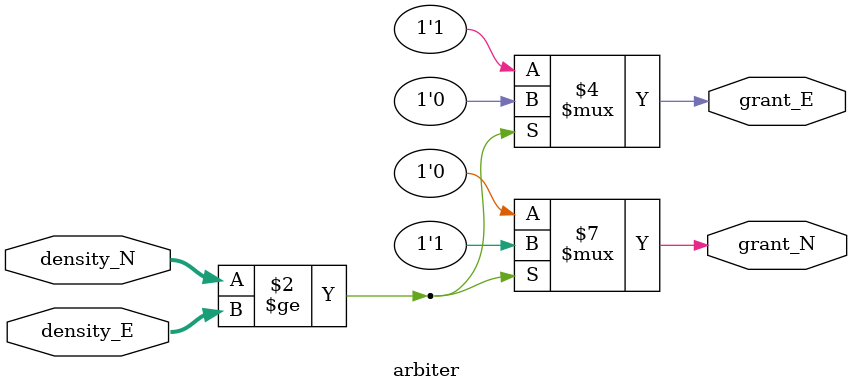
<source format=v>
module arbiter(
    input [1:0] density_N,
    input [1:0] density_E,
    output reg grant_N,
    output reg grant_E
);
    always @(*) begin
        if(density_N >= density_E) begin
            grant_N = 1;
            grant_E = 0;
        end
        else begin
            grant_N = 0;
            grant_E = 1;
        end
    end
endmodule
</source>
